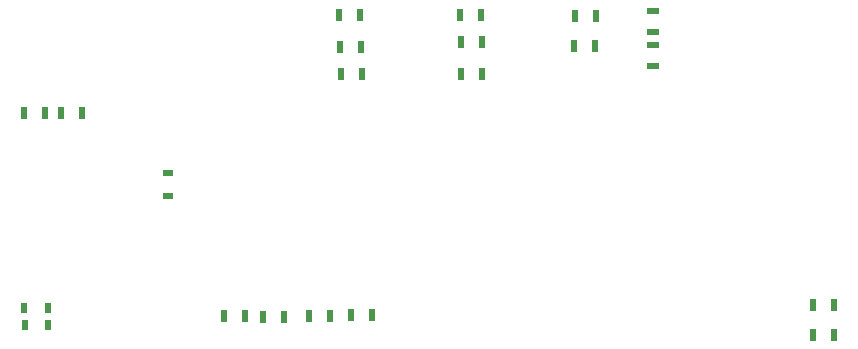
<source format=gbr>
G04 EAGLE Gerber RS-274X export*
G75*
%MOMM*%
%FSLAX34Y34*%
%LPD*%
%INSolderpaste Top*%
%IPPOS*%
%AMOC8*
5,1,8,0,0,1.08239X$1,22.5*%
G01*
%ADD10R,0.508000X1.016000*%
%ADD11R,1.016000X0.508000*%
%ADD12R,0.812800X0.600000*%
%ADD13R,0.600000X0.812800*%


D10*
X390320Y296200D03*
X408100Y296200D03*
X389510Y345930D03*
X407290Y345930D03*
X390260Y323200D03*
X408040Y323200D03*
X190220Y91010D03*
X208000Y91010D03*
X297220Y91920D03*
X315000Y91920D03*
X222910Y90380D03*
X240690Y90380D03*
X262100Y90790D03*
X279880Y90790D03*
X486510Y320200D03*
X504290Y320200D03*
D11*
X553200Y320890D03*
X553200Y303110D03*
X553200Y349290D03*
X553200Y331510D03*
D10*
X51540Y263140D03*
X69320Y263140D03*
X486920Y345200D03*
X504700Y345200D03*
X706690Y75380D03*
X688910Y75380D03*
X706420Y100780D03*
X688640Y100780D03*
D12*
X142250Y192530D03*
X142250Y212530D03*
D13*
X20530Y98250D03*
X40530Y98250D03*
X41270Y83450D03*
X21270Y83450D03*
D10*
X20680Y262730D03*
X38460Y262730D03*
X288180Y318930D03*
X305960Y318930D03*
X287120Y345930D03*
X304900Y345930D03*
X288760Y296230D03*
X306540Y296230D03*
M02*

</source>
